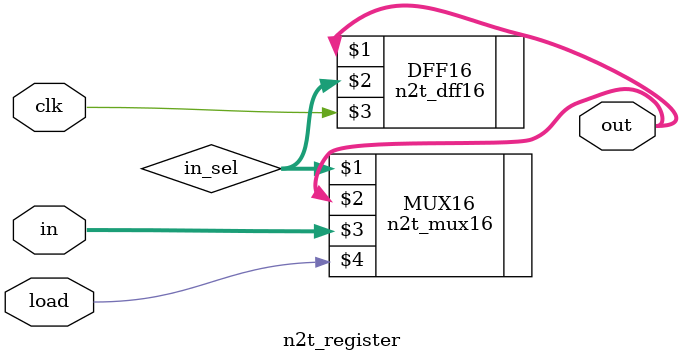
<source format=v>
`timescale 1ns / 1ps

module n2t_register(out, in , load, clk);
    output [15:0] out;
    input [15:0] in;
    
    input load, clk;
    wire [15:0] in_sel;
    
    n2t_mux16 MUX16(in_sel, out, in, load);
    n2t_dff16 DFF16(out, in_sel , clk);
endmodule

</source>
